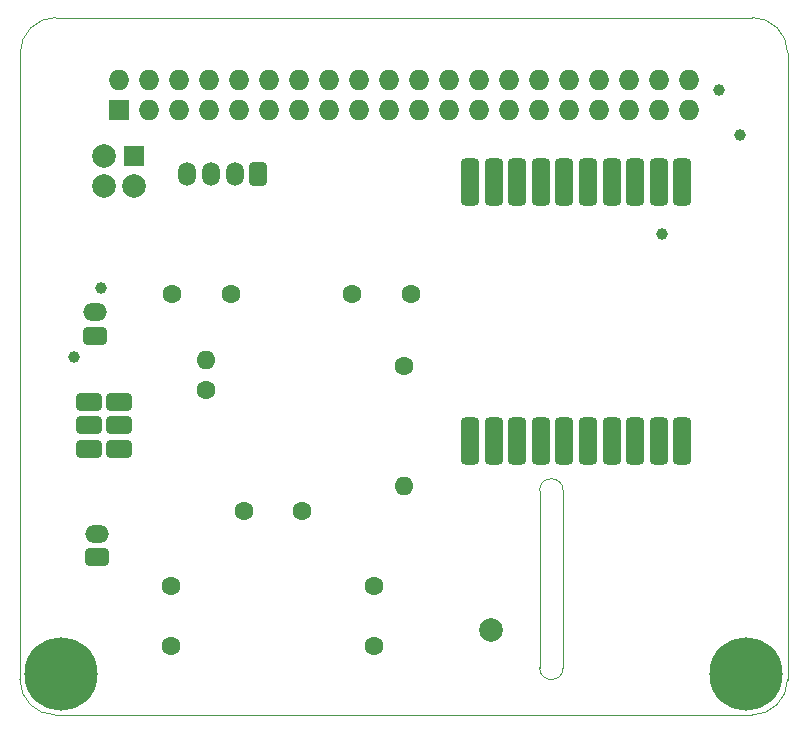
<source format=gbs>
G04 #@! TF.GenerationSoftware,KiCad,Pcbnew,(6.0.0)*
G04 #@! TF.CreationDate,2022-05-07T20:36:52+02:00*
G04 #@! TF.ProjectId,RPi_Hat,5250695f-4861-4742-9e6b-696361645f70,rev?*
G04 #@! TF.SameCoordinates,Original*
G04 #@! TF.FileFunction,Soldermask,Bot*
G04 #@! TF.FilePolarity,Negative*
%FSLAX46Y46*%
G04 Gerber Fmt 4.6, Leading zero omitted, Abs format (unit mm)*
G04 Created by KiCad (PCBNEW (6.0.0)) date 2022-05-07 20:36:52*
%MOMM*%
%LPD*%
G01*
G04 APERTURE LIST*
G04 Aperture macros list*
%AMRoundRect*
0 Rectangle with rounded corners*
0 $1 Rounding radius*
0 $2 $3 $4 $5 $6 $7 $8 $9 X,Y pos of 4 corners*
0 Add a 4 corners polygon primitive as box body*
4,1,4,$2,$3,$4,$5,$6,$7,$8,$9,$2,$3,0*
0 Add four circle primitives for the rounded corners*
1,1,$1+$1,$2,$3*
1,1,$1+$1,$4,$5*
1,1,$1+$1,$6,$7*
1,1,$1+$1,$8,$9*
0 Add four rect primitives between the rounded corners*
20,1,$1+$1,$2,$3,$4,$5,0*
20,1,$1+$1,$4,$5,$6,$7,0*
20,1,$1+$1,$6,$7,$8,$9,0*
20,1,$1+$1,$8,$9,$2,$3,0*%
G04 Aperture macros list end*
G04 #@! TA.AperFunction,Profile*
%ADD10C,0.100000*%
G04 #@! TD*
%ADD11C,6.200000*%
%ADD12R,1.727200X1.727200*%
%ADD13O,1.727200X1.727200*%
%ADD14RoundRect,0.312500X0.437500X0.687500X-0.437500X0.687500X-0.437500X-0.687500X0.437500X-0.687500X0*%
%ADD15O,1.500000X2.000000*%
%ADD16RoundRect,0.312500X0.687500X-0.437500X0.687500X0.437500X-0.687500X0.437500X-0.687500X-0.437500X0*%
%ADD17O,2.000000X1.500000*%
%ADD18C,1.600000*%
%ADD19O,1.600000X1.600000*%
%ADD20R,1.700000X1.700000*%
%ADD21C,2.000000*%
%ADD22RoundRect,0.312500X-0.787500X0.437500X-0.787500X-0.437500X0.787500X-0.437500X0.787500X0.437500X0*%
%ADD23RoundRect,0.312500X0.787500X-0.437500X0.787500X0.437500X-0.787500X0.437500X-0.787500X-0.437500X0*%
%ADD24RoundRect,0.400000X-0.400000X1.600000X-0.400000X-1.600000X0.400000X-1.600000X0.400000X1.600000X0*%
%ADD25C,1.000000*%
G04 APERTURE END LIST*
D10*
X125222000Y-38052000D02*
G75*
G03*
X122222000Y-35052000I-3000001J-1D01*
G01*
X63246000Y-35052000D02*
G75*
G03*
X60246000Y-38052000I1J-3000001D01*
G01*
X60210000Y-91100000D02*
G75*
G03*
X63210000Y-94100000I3000001J1D01*
G01*
X122210000Y-94100000D02*
G75*
G03*
X125210000Y-91100000I-1J3000001D01*
G01*
X106210000Y-75100000D02*
X106210000Y-90100000D01*
X104210000Y-90100000D02*
G75*
G03*
X106210000Y-90100000I1000000J0D01*
G01*
X60210000Y-56600000D02*
X60210000Y-75600000D01*
X125210000Y-40600000D02*
X125210000Y-91100000D01*
X125222000Y-38052000D02*
X125210000Y-40600000D01*
X63246000Y-35052000D02*
X122222000Y-35052000D01*
X60246000Y-38052000D02*
X60210000Y-56600000D01*
X104210000Y-75100000D02*
X104210000Y-90100000D01*
X106210000Y-75100000D02*
G75*
G03*
X104210000Y-75100000I-1000000J0D01*
G01*
X60210000Y-75600000D02*
X60210000Y-91100000D01*
X63210000Y-94100000D02*
X122210000Y-94100000D01*
D11*
X63710000Y-90600000D03*
X121710000Y-90600000D03*
D12*
X68580000Y-42870000D03*
D13*
X68580000Y-40330000D03*
X71120000Y-42870000D03*
X71120000Y-40330000D03*
X73660000Y-42870000D03*
X73660000Y-40330000D03*
X76200000Y-42870000D03*
X76200000Y-40330000D03*
X78740000Y-42870000D03*
X78740000Y-40330000D03*
X81280000Y-42870000D03*
X81280000Y-40330000D03*
X83820000Y-42870000D03*
X83820000Y-40330000D03*
X86360000Y-42870000D03*
X86360000Y-40330000D03*
X88900000Y-42870000D03*
X88900000Y-40330000D03*
X91440000Y-42870000D03*
X91440000Y-40330000D03*
X93980000Y-42870000D03*
X93980000Y-40330000D03*
X96520000Y-42870000D03*
X96520000Y-40330000D03*
X99060000Y-42870000D03*
X99060000Y-40330000D03*
X101600000Y-42870000D03*
X101600000Y-40330000D03*
X104140000Y-42870000D03*
X104140000Y-40330000D03*
X106680000Y-42870000D03*
X106680000Y-40330000D03*
X109220000Y-42870000D03*
X109220000Y-40330000D03*
X111760000Y-42870000D03*
X111760000Y-40330000D03*
X114300000Y-42870000D03*
X114300000Y-40330000D03*
X116840000Y-42870000D03*
X116840000Y-40330000D03*
D14*
X80391000Y-48260000D03*
D15*
X78391000Y-48260000D03*
X76391000Y-48260000D03*
X74391000Y-48260000D03*
D16*
X66760000Y-80756000D03*
D17*
X66760000Y-78756000D03*
D18*
X88305000Y-58420000D03*
X93305000Y-58420000D03*
X73065000Y-58420000D03*
X78065000Y-58420000D03*
X92710000Y-64516000D03*
D19*
X92710000Y-74676000D03*
D18*
X79175000Y-76835000D03*
X84075000Y-76835000D03*
X75946000Y-66548000D03*
D19*
X75946000Y-64008000D03*
D16*
X66548000Y-61976000D03*
D17*
X66548000Y-59976000D03*
D18*
X90170000Y-83225000D03*
X90170000Y-88225000D03*
D20*
X69850000Y-46736000D03*
D21*
X69850000Y-49276000D03*
X67310000Y-46736000D03*
X67310000Y-49276000D03*
D18*
X73025000Y-83225000D03*
X73025000Y-88225000D03*
D22*
X68626000Y-67564000D03*
D23*
X66026000Y-67564000D03*
D22*
X68626000Y-69564000D03*
D23*
X66026000Y-69564000D03*
D22*
X68626000Y-71564000D03*
D23*
X66026000Y-71564000D03*
D24*
X116315000Y-48944000D03*
X114315000Y-48944000D03*
X112315000Y-48944000D03*
X110315000Y-48944000D03*
X108315000Y-48944000D03*
X106315000Y-48944000D03*
X104315000Y-48944000D03*
X102315000Y-48944000D03*
X100315000Y-48944000D03*
X98315000Y-48944000D03*
X98315000Y-70944000D03*
X100315000Y-70944000D03*
X102315000Y-70944000D03*
X104315000Y-70944000D03*
X106315000Y-70944000D03*
X108315000Y-70944000D03*
X110315000Y-70944000D03*
X112315000Y-70944000D03*
X114315000Y-70944000D03*
X116315000Y-70944000D03*
D25*
X114554000Y-53340000D03*
X119380000Y-41148000D03*
X121158000Y-44958000D03*
X64770000Y-63754000D03*
X67056000Y-57912000D03*
D21*
X100076000Y-86868000D03*
M02*

</source>
